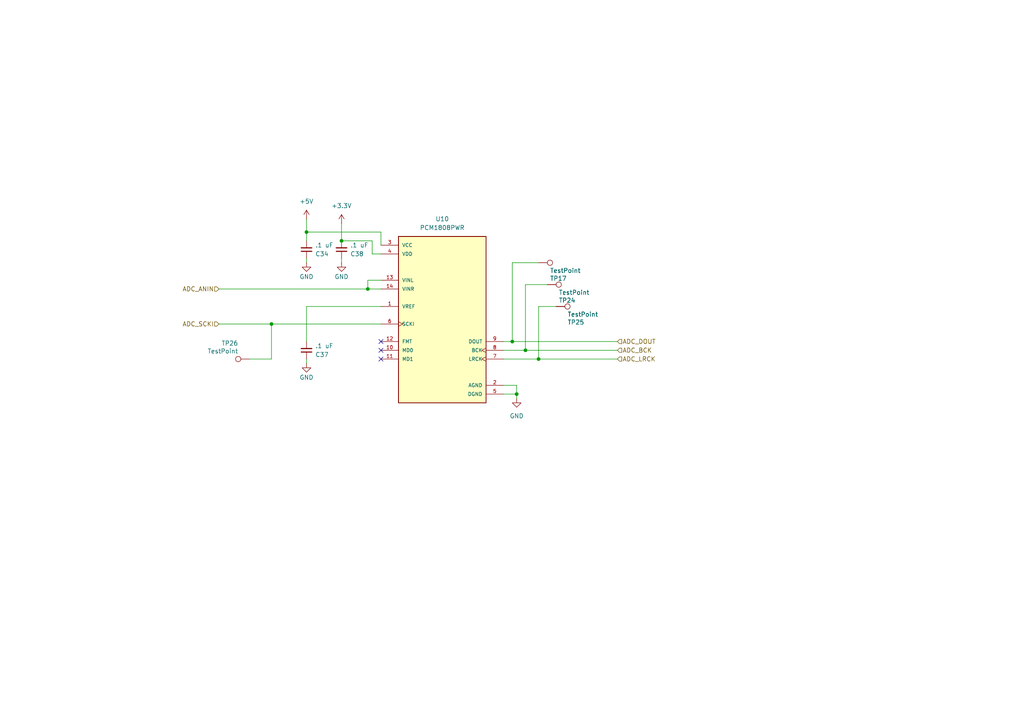
<source format=kicad_sch>
(kicad_sch (version 20231120) (generator "eeschema") (generator_version "8.0")
  (paper "A4")
  (lib_symbols
    (symbol "Connector:TestPoint" (pin_numbers hide) (pin_names (offset 0.762) hide)
      (property "Reference" "TP" (at 0 6.858 0))
      (property "Value" "TestPoint" (at 0 5.08 0))
      (symbol "TestPoint_0_1"
        (circle (center 0 3.302) (radius 0.762))
      )
      (symbol "TestPoint_1_1"
        (pin passive line (at 0 0 90) (length 2.54) (name "1") (number "1"))
      )
    )
    (symbol "Device:C_Small" (pin_numbers hide) (pin_names (offset 0.254) hide)
      (property "Reference" "C" (at 0.254 1.778 0))
      (property "Value" "C_Small" (at 0.254 -2.032 0))
      (symbol "C_Small_0_1"
        (polyline (pts (xy -1.524 -0.508) (xy 1.524 -0.508)) (stroke (width 0.3302)))
        (polyline (pts (xy -1.524 0.508) (xy 1.524 0.508)) (stroke (width 0.3048)))
      )
      (symbol "C_Small_1_1"
        (pin passive line (at 0 2.54 270) (length 2.032) (name "~") (number "1"))
        (pin passive line (at 0 -2.54 90) (length 2.032) (name "~") (number "2"))
      )
    )
    (symbol "PCM1808PWR:PCM1808PWR" (pin_names (offset 1.016))
      (property "Reference" "U" (at -12.7 24.13 0))
      (property "Value" "PCM1808PWR" (at -12.7 -27.94 0))
      (symbol "PCM1808PWR_0_0"
        (rectangle (start -12.7 -25.4) (end 12.7 22.86) (stroke (width 0.254)) (fill (type background)))
        (pin input line (at -17.78 2.54 0) (length 5.08) (name "VREF") (number "1"))
        (pin input line (at -17.78 -10.16 0) (length 5.08) (name "MD0") (number "10"))
        (pin input line (at -17.78 -12.7 0) (length 5.08) (name "MD1") (number "11"))
        (pin input line (at -17.78 -7.62 0) (length 5.08) (name "FMT") (number "12"))
        (pin input line (at -17.78 10.16 0) (length 5.08) (name "VINL") (number "13"))
        (pin input line (at -17.78 7.62 0) (length 5.08) (name "VINR") (number "14"))
        (pin power_in line (at 17.78 -20.32 180) (length 5.08) (name "AGND") (number "2"))
        (pin power_in line (at -17.78 20.32 0) (length 5.08) (name "VCC") (number "3"))
        (pin power_in line (at -17.78 17.78 0) (length 5.08) (name "VDD") (number "4"))
        (pin power_in line (at 17.78 -22.86 180) (length 5.08) (name "DGND") (number "5"))
        (pin input clock (at -17.78 -2.54 0) (length 5.08) (name "SCKI") (number "6"))
        (pin bidirectional clock (at 17.78 -12.7 180) (length 5.08) (name "LRCK") (number "7"))
        (pin bidirectional clock (at 17.78 -10.16 180) (length 5.08) (name "BCK") (number "8"))
        (pin output line (at 17.78 -7.62 180) (length 5.08) (name "DOUT") (number "9"))
      )
    )
    (symbol "power:+15V" (power) (pin_numbers hide) (pin_names (offset 0) hide)
      (property "Value" "+15V" (at 0 3.556 0))
      (symbol "+15V_0_1"
        (polyline (pts (xy -0.762 1.27) (xy 0 2.54)))
        (polyline (pts (xy 0 0) (xy 0 2.54)))
        (polyline (pts (xy 0 2.54) (xy 0.762 1.27)))
      )
      (symbol "+15V_1_1"
        (pin power_in line (at 0 0 90) (length 0) (name "~") (number "1"))
      )
    )
    (symbol "power:+3.3V" (power) (pin_numbers hide) (pin_names (offset 0) hide)
      (property "Value" "+3.3V" (at 0 3.556 0))
      (symbol "+3.3V_0_1"
        (polyline (pts (xy -0.762 1.27) (xy 0 2.54)))
        (polyline (pts (xy 0 0) (xy 0 2.54)))
        (polyline (pts (xy 0 2.54) (xy 0.762 1.27)))
      )
      (symbol "+3.3V_1_1"
        (pin power_in line (at 0 0 90) (length 0) (name "~") (number "1"))
      )
    )
    (symbol "power:GND" (power) (pin_numbers hide) (pin_names (offset 0) hide)
      (property "Value" "GND" (at 0 -3.81 0))
      (symbol "GND_0_1"
        (polyline (pts (xy 0 0) (xy 0 -1.27) (xy 1.27 -1.27) (xy 0 -2.54) (xy -1.27 -1.27) (xy 0 -1.27)))
      )
      (symbol "GND_1_1"
        (pin power_in line (at 0 0 270) (length 0) (name "~") (number "1"))
      )
    )
  )
  (junction (at 156.21 104.14))
  (junction (at 78.74 93.98))
  (junction (at 99.06 69.85))
  (junction (at 148.59 99.06))
  (junction (at 152.4 101.6))
  (junction (at 88.9 67.31))
  (junction (at 149.86 114.3))
  (junction (at 106.68 83.82))
  (no_connect (at 110.49 101.6))
  (no_connect (at 110.49 104.14))
  (no_connect (at 110.49 99.06))
  (wire (pts (xy 107.95 73.66) (xy 110.49 73.66)))
  (wire (pts (xy 110.49 81.28) (xy 106.68 81.28)))
  (wire (pts (xy 88.9 74.93) (xy 88.9 76.2)))
  (wire (pts (xy 110.49 67.31) (xy 110.49 71.12)))
  (wire (pts (xy 88.9 69.85) (xy 88.9 67.31)))
  (wire (pts (xy 149.86 111.76) (xy 149.86 114.3)))
  (wire (pts (xy 78.74 104.14) (xy 78.74 93.98)))
  (wire (pts (xy 63.5 93.98) (xy 78.74 93.98)))
  (wire (pts (xy 161.29 88.9) (xy 156.21 88.9)))
  (wire (pts (xy 146.05 101.6) (xy 152.4 101.6)))
  (wire (pts (xy 99.06 64.77) (xy 99.06 69.85)))
  (wire (pts (xy 179.07 104.14) (xy 156.21 104.14)))
  (wire (pts (xy 99.06 74.93) (xy 99.06 76.2)))
  (wire (pts (xy 72.39 104.14) (xy 78.74 104.14)))
  (wire (pts (xy 107.95 69.85) (xy 107.95 73.66)))
  (wire (pts (xy 158.75 82.55) (xy 152.4 82.55)))
  (wire (pts (xy 88.9 88.9) (xy 88.9 99.06)))
  (wire (pts (xy 149.86 114.3) (xy 149.86 115.57)))
  (wire (pts (xy 78.74 93.98) (xy 110.49 93.98)))
  (wire (pts (xy 156.21 104.14) (xy 146.05 104.14)))
  (wire (pts (xy 88.9 67.31) (xy 110.49 67.31)))
  (wire (pts (xy 99.06 69.85) (xy 107.95 69.85)))
  (wire (pts (xy 156.21 76.2) (xy 148.59 76.2)))
  (wire (pts (xy 106.68 81.28) (xy 106.68 83.82)))
  (wire (pts (xy 152.4 101.6) (xy 179.07 101.6)))
  (wire (pts (xy 146.05 114.3) (xy 149.86 114.3)))
  (wire (pts (xy 88.9 104.14) (xy 88.9 105.41)))
  (wire (pts (xy 152.4 82.55) (xy 152.4 101.6)))
  (wire (pts (xy 63.5 83.82) (xy 106.68 83.82)))
  (wire (pts (xy 110.49 88.9) (xy 88.9 88.9)))
  (wire (pts (xy 106.68 83.82) (xy 110.49 83.82)))
  (wire (pts (xy 146.05 111.76) (xy 149.86 111.76)))
  (wire (pts (xy 146.05 99.06) (xy 148.59 99.06)))
  (wire (pts (xy 156.21 88.9) (xy 156.21 104.14)))
  (wire (pts (xy 88.9 63.5) (xy 88.9 67.31)))
  (wire (pts (xy 148.59 99.06) (xy 179.07 99.06)))
  (wire (pts (xy 148.59 76.2) (xy 148.59 99.06)))
  (hierarchical_label "ADC_ANIN" (shape input) (at 63.5 83.82 180))
  (hierarchical_label "ADC_BCK" (shape input) (at 179.07 101.6 0))
  (hierarchical_label "ADC_SCKI" (shape input) (at 63.5 93.98 180))
  (hierarchical_label "ADC_DOUT" (shape input) (at 179.07 99.06 0))
  (hierarchical_label "ADC_LRCK" (shape input) (at 179.07 104.14 0))
  (symbol (lib_id "PCM1808PWR:PCM1808PWR") (at 128.27 91.44 0) (unit 1)
    (property "Reference" "U10" (at 128.27 63.5 0))
    (property "Value" "PCM1808PWR" (at 128.27 66.04 0))
    (property "Footprint" "PCM1808PWR:SOP65P640X120-14N" (effects (hide yes)))
    (property "PARTREV" "B" (effects (hide yes)))
    (property "MANUFACTURER" "Texas Instruments" (effects (hide yes)))
    (property "MAXIMUM_PACKAGE_HEIGHT" "1.2 mm" (effects (hide yes)))
    (property "STANDARD" "IPC 7351B" (effects (hide yes)))
  )
  (symbol (lib_id "power:GND") (at 99.06 76.2 0) (unit 1)
    (property "Reference" "#PWR069" (effects (hide yes)))
    (property "Value" "GND" (at 99.06 80.264 0))
    (property "Description" "Power symbol creates a global label with name \"GND\" , ground" (effects (hide yes)))
  )
  (symbol (lib_id "power:+3.3V") (at 99.06 64.77 0) (unit 1)
    (property "Reference" "#PWR068" (effects (hide yes)))
    (property "Value" "+3.3V" (at 99.06 59.69 0))
    (property "Description" "Power symbol creates a global label with name \"+3.3V\"" (effects (hide yes)))
  )
  (symbol (lib_id "Connector:TestPoint") (at 158.75 82.55 270) (unit 1)
    (property "Reference" "TP24" (at 162.052 87.122 90) (effects (justify left)))
    (property "Value" "TestPoint" (at 162.052 84.836 90) (effects (justify left)))
    (property "Footprint" "TestPoint:TestPoint_Pad_1.5x1.5mm" (effects (hide yes)))
    (property "Description" "test point" (effects (hide yes)))
  )
  (symbol (lib_id "power:GND") (at 149.86 115.57 0) (unit 1)
    (property "Reference" "#PWR070" (effects (hide yes)))
    (property "Value" "GND" (at 149.86 120.65 0))
    (property "Description" "Power symbol creates a global label with name \"GND\" , ground" (effects (hide yes)))
  )
  (symbol (lib_id "Device:C_Small") (at 88.9 72.39 0) (mirror x) (unit 1)
    (property "Reference" "C34" (at 91.44 73.6538 0) (effects (justify left)))
    (property "Value" ".1 uF" (at 91.44 71.1138 0) (effects (justify left)))
    (property "Footprint" "Capacitor_SMD:C_0805_2012Metric" (effects (hide yes)))
    (property "Description" "Unpolarized capacitor, small symbol" (effects (hide yes)))
  )
  (symbol (lib_id "Device:C_Small") (at 88.9 101.6 0) (mirror x) (unit 1)
    (property "Reference" "C37" (at 91.44 102.8638 0) (effects (justify left)))
    (property "Value" ".1 uF" (at 91.44 100.3238 0) (effects (justify left)))
    (property "Footprint" "Capacitor_SMD:C_0805_2012Metric" (effects (hide yes)))
    (property "Description" "Unpolarized capacitor, small symbol" (effects (hide yes)))
  )
  (symbol (lib_id "power:GND") (at 88.9 105.41 0) (unit 1)
    (property "Reference" "#PWR067" (effects (hide yes)))
    (property "Value" "GND" (at 88.9 109.474 0))
    (property "Description" "Power symbol creates a global label with name \"GND\" , ground" (effects (hide yes)))
  )
  (symbol (lib_id "Connector:TestPoint") (at 161.29 88.9 270) (unit 1)
    (property "Reference" "TP25" (at 164.592 93.472 90) (effects (justify left)))
    (property "Value" "TestPoint" (at 164.592 91.186 90) (effects (justify left)))
    (property "Footprint" "TestPoint:TestPoint_Pad_1.5x1.5mm" (effects (hide yes)))
    (property "Description" "test point" (effects (hide yes)))
  )
  (symbol (lib_id "power:GND") (at 88.9 76.2 0) (unit 1)
    (property "Reference" "#PWR066" (effects (hide yes)))
    (property "Value" "GND" (at 88.9 80.264 0))
    (property "Description" "Power symbol creates a global label with name \"GND\" , ground" (effects (hide yes)))
  )
  (symbol (lib_id "Device:C_Small") (at 99.06 72.39 0) (mirror x) (unit 1)
    (property "Reference" "C38" (at 101.6 73.6538 0) (effects (justify left)))
    (property "Value" ".1 uF" (at 101.6 71.1138 0) (effects (justify left)))
    (property "Footprint" "Capacitor_SMD:C_0805_2012Metric" (effects (hide yes)))
    (property "Description" "Unpolarized capacitor, small symbol" (effects (hide yes)))
  )
  (symbol (lib_id "Connector:TestPoint") (at 156.21 76.2 270) (unit 1)
    (property "Reference" "TP17" (at 159.512 80.772 90) (effects (justify left)))
    (property "Value" "TestPoint" (at 159.512 78.486 90) (effects (justify left)))
    (property "Footprint" "TestPoint:TestPoint_Pad_1.5x1.5mm" (effects (hide yes)))
    (property "Description" "test point" (effects (hide yes)))
  )
  (symbol (lib_id "power:+15V") (at 88.9 63.5 0) (unit 1)
    (property "Reference" "#PWR023" (effects (hide yes)))
    (property "Value" "+5V" (at 88.9 58.42 0))
    (property "Description" "Power symbol creates a global label with name \"+15V\"" (effects (hide yes)))
  )
  (symbol (lib_id "Connector:TestPoint") (at 72.39 104.14 90) (unit 1)
    (property "Reference" "TP26" (at 69.088 99.568 90) (effects (justify left)))
    (property "Value" "TestPoint" (at 69.088 101.854 90) (effects (justify left)))
    (property "Footprint" "TestPoint:TestPoint_Pad_1.5x1.5mm" (effects (hide yes)))
    (property "Description" "test point" (effects (hide yes)))
  )
)
</source>
